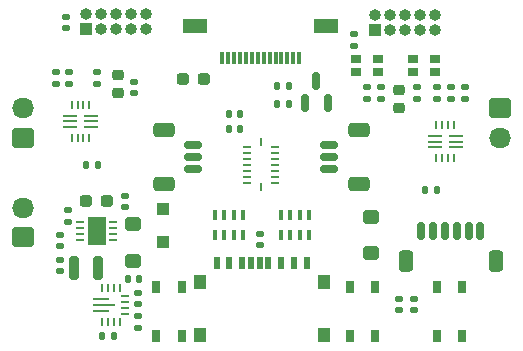
<source format=gbr>
%TF.GenerationSoftware,KiCad,Pcbnew,7.0.5*%
%TF.CreationDate,2023-06-28T21:22:15+09:00*%
%TF.ProjectId,robotrace_v2_main,726f626f-7472-4616-9365-5f76325f6d61,rev?*%
%TF.SameCoordinates,Original*%
%TF.FileFunction,Soldermask,Top*%
%TF.FilePolarity,Negative*%
%FSLAX46Y46*%
G04 Gerber Fmt 4.6, Leading zero omitted, Abs format (unit mm)*
G04 Created by KiCad (PCBNEW 7.0.5) date 2023-06-28 21:22:15*
%MOMM*%
%LPD*%
G01*
G04 APERTURE LIST*
G04 Aperture macros list*
%AMRoundRect*
0 Rectangle with rounded corners*
0 $1 Rounding radius*
0 $2 $3 $4 $5 $6 $7 $8 $9 X,Y pos of 4 corners*
0 Add a 4 corners polygon primitive as box body*
4,1,4,$2,$3,$4,$5,$6,$7,$8,$9,$2,$3,0*
0 Add four circle primitives for the rounded corners*
1,1,$1+$1,$2,$3*
1,1,$1+$1,$4,$5*
1,1,$1+$1,$6,$7*
1,1,$1+$1,$8,$9*
0 Add four rect primitives between the rounded corners*
20,1,$1+$1,$2,$3,$4,$5,0*
20,1,$1+$1,$4,$5,$6,$7,0*
20,1,$1+$1,$6,$7,$8,$9,0*
20,1,$1+$1,$8,$9,$2,$3,0*%
G04 Aperture macros list end*
%ADD10RoundRect,0.140000X0.170000X-0.140000X0.170000X0.140000X-0.170000X0.140000X-0.170000X-0.140000X0*%
%ADD11RoundRect,0.140000X0.140000X0.170000X-0.140000X0.170000X-0.140000X-0.170000X0.140000X-0.170000X0*%
%ADD12RoundRect,0.135000X0.185000X-0.135000X0.185000X0.135000X-0.185000X0.135000X-0.185000X-0.135000X0*%
%ADD13R,0.700000X1.050000*%
%ADD14RoundRect,0.225000X0.250000X-0.225000X0.250000X0.225000X-0.250000X0.225000X-0.250000X-0.225000X0*%
%ADD15RoundRect,0.135000X-0.185000X0.135000X-0.185000X-0.135000X0.185000X-0.135000X0.185000X0.135000X0*%
%ADD16RoundRect,0.250000X0.300000X-0.300000X0.300000X0.300000X-0.300000X0.300000X-0.300000X-0.300000X0*%
%ADD17R,0.800000X0.250000*%
%ADD18R,0.250000X0.800000*%
%ADD19RoundRect,0.237500X0.287500X0.237500X-0.287500X0.237500X-0.287500X-0.237500X0.287500X-0.237500X0*%
%ADD20RoundRect,0.135000X-0.135000X-0.185000X0.135000X-0.185000X0.135000X0.185000X-0.135000X0.185000X0*%
%ADD21R,1.300000X0.200000*%
%ADD22RoundRect,0.250000X-0.675000X0.600000X-0.675000X-0.600000X0.675000X-0.600000X0.675000X0.600000X0*%
%ADD23O,1.850000X1.700000*%
%ADD24RoundRect,0.300000X-0.400000X0.300000X-0.400000X-0.300000X0.400000X-0.300000X0.400000X0.300000X0*%
%ADD25R,1.000000X1.000000*%
%ADD26O,1.000000X1.000000*%
%ADD27R,0.400000X0.900000*%
%ADD28RoundRect,0.140000X-0.170000X0.140000X-0.170000X-0.140000X0.170000X-0.140000X0.170000X0.140000X0*%
%ADD29RoundRect,0.135000X0.135000X0.185000X-0.135000X0.185000X-0.135000X-0.185000X0.135000X-0.185000X0*%
%ADD30R,0.665000X0.280000*%
%ADD31R,1.650000X2.450000*%
%ADD32RoundRect,0.200000X0.200000X0.800000X-0.200000X0.800000X-0.200000X-0.800000X0.200000X-0.800000X0*%
%ADD33R,0.900000X0.700000*%
%ADD34R,0.300000X1.000000*%
%ADD35R,2.000000X1.300000*%
%ADD36R,0.700000X0.250000*%
%ADD37R,0.250000X0.700000*%
%ADD38R,1.450000X0.250000*%
%ADD39R,1.850000X0.250000*%
%ADD40RoundRect,0.250000X0.675000X-0.600000X0.675000X0.600000X-0.675000X0.600000X-0.675000X-0.600000X0*%
%ADD41RoundRect,0.140000X-0.140000X-0.170000X0.140000X-0.170000X0.140000X0.170000X-0.140000X0.170000X0*%
%ADD42RoundRect,0.150000X0.150000X0.625000X-0.150000X0.625000X-0.150000X-0.625000X0.150000X-0.625000X0*%
%ADD43RoundRect,0.250000X0.350000X0.650000X-0.350000X0.650000X-0.350000X-0.650000X0.350000X-0.650000X0*%
%ADD44RoundRect,0.150000X0.625000X-0.150000X0.625000X0.150000X-0.625000X0.150000X-0.625000X-0.150000X0*%
%ADD45RoundRect,0.250000X0.650000X-0.350000X0.650000X0.350000X-0.650000X0.350000X-0.650000X-0.350000X0*%
%ADD46RoundRect,0.150000X-0.625000X0.150000X-0.625000X-0.150000X0.625000X-0.150000X0.625000X0.150000X0*%
%ADD47RoundRect,0.250000X-0.650000X0.350000X-0.650000X-0.350000X0.650000X-0.350000X0.650000X0.350000X0*%
%ADD48R,0.500000X1.080000*%
%ADD49R,1.050000X1.200000*%
%ADD50RoundRect,0.150000X0.150000X-0.587500X0.150000X0.587500X-0.150000X0.587500X-0.150000X-0.587500X0*%
G04 APERTURE END LIST*
D10*
%TO.C,C17*%
X152600000Y-89880000D03*
X152600000Y-88920000D03*
%TD*%
D11*
%TO.C,C33*%
X162380000Y-82000000D03*
X161420000Y-82000000D03*
%TD*%
D12*
%TO.C,R4*%
X147800000Y-91075000D03*
X147800000Y-90055000D03*
%TD*%
D13*
%TO.C,SW1*%
X157400000Y-96600000D03*
X157400000Y-100800000D03*
X155250000Y-96600000D03*
X155250000Y-100800000D03*
%TD*%
D14*
%TO.C,C28*%
X175800000Y-81475000D03*
X175800000Y-79925000D03*
%TD*%
D15*
%TO.C,R11*%
X179000000Y-79690000D03*
X179000000Y-80710000D03*
%TD*%
D16*
%TO.C,D4*%
X155800000Y-92800000D03*
X155800000Y-90000000D03*
%TD*%
D15*
%TO.C,R7*%
X180200000Y-79690000D03*
X180200000Y-80710000D03*
%TD*%
D17*
%TO.C,U8*%
X165299167Y-84774167D03*
X165299167Y-85274167D03*
X165299167Y-85774167D03*
X165299167Y-86274167D03*
X165299167Y-86774167D03*
X165299167Y-87274167D03*
X165299167Y-87774167D03*
D18*
X164099167Y-88187167D03*
D17*
X162899167Y-87774167D03*
X162899167Y-87274167D03*
X162899167Y-86774167D03*
X162899167Y-86274167D03*
X162899167Y-85774167D03*
X162899167Y-85274167D03*
X162899167Y-84774167D03*
D18*
X164099167Y-84357167D03*
%TD*%
D19*
%TO.C,D1*%
X151075000Y-89300000D03*
X149325000Y-89300000D03*
%TD*%
D20*
%TO.C,R2*%
X150690000Y-100800000D03*
X151710000Y-100800000D03*
%TD*%
D15*
%TO.C,R14*%
X146800000Y-78390000D03*
X146800000Y-79410000D03*
%TD*%
D10*
%TO.C,C18*%
X147100000Y-95280000D03*
X147100000Y-94320000D03*
%TD*%
D21*
%TO.C,U7*%
X149733042Y-83100000D03*
X149733043Y-82600000D03*
X149733043Y-82099874D03*
D18*
X149583231Y-81200000D03*
X149083105Y-81200000D03*
X148582979Y-81200000D03*
X148082853Y-81200000D03*
D21*
X147933041Y-82099874D03*
X147933041Y-82600000D03*
X147933041Y-83100126D03*
D18*
X148082853Y-84000000D03*
X148582979Y-84000000D03*
X149083105Y-84000000D03*
X149583231Y-84000000D03*
%TD*%
D22*
%TO.C,J3*%
X184350000Y-81500000D03*
D23*
X184350000Y-84000000D03*
%TD*%
D14*
%TO.C,C29*%
X152000000Y-80175000D03*
X152000000Y-78625000D03*
%TD*%
D21*
%TO.C,U5*%
X178825249Y-83800000D03*
X178825248Y-84300000D03*
X178825248Y-84800126D03*
D18*
X178975060Y-85700000D03*
X179475186Y-85700000D03*
X179975312Y-85700000D03*
X180475438Y-85700000D03*
D21*
X180625250Y-84800126D03*
X180625250Y-84300000D03*
X180625250Y-83799874D03*
D18*
X180475438Y-82900000D03*
X179975312Y-82900000D03*
X179475186Y-82900000D03*
X178975060Y-82900000D03*
%TD*%
D11*
%TO.C,C32*%
X162380000Y-83200000D03*
X161420000Y-83200000D03*
%TD*%
D10*
%TO.C,C35*%
X173100000Y-80680000D03*
X173100000Y-79720000D03*
%TD*%
D24*
%TO.C,D7*%
X173400000Y-90650000D03*
X173400000Y-93750000D03*
%TD*%
D25*
%TO.C,J5*%
X149320000Y-74775000D03*
D26*
X149320000Y-73505000D03*
X150590000Y-74775000D03*
X150590000Y-73505000D03*
X151860000Y-74775000D03*
X151860000Y-73505000D03*
X153130000Y-74775000D03*
X153130000Y-73505000D03*
X154400000Y-74775000D03*
X154400000Y-73505000D03*
%TD*%
D24*
%TO.C,D8*%
X153300000Y-91300000D03*
X153300000Y-94400000D03*
%TD*%
D27*
%TO.C,RN1*%
X160200000Y-92250000D03*
X161000000Y-92250000D03*
X161800000Y-92250000D03*
X162600000Y-92250000D03*
X162600000Y-90550000D03*
X161800000Y-90550000D03*
X161000000Y-90550000D03*
X160200000Y-90550000D03*
%TD*%
D28*
%TO.C,C24*%
X177100000Y-97620000D03*
X177100000Y-98580000D03*
%TD*%
D29*
%TO.C,R12*%
X150310000Y-86300000D03*
X149290000Y-86300000D03*
%TD*%
D15*
%TO.C,R10*%
X150200000Y-78380000D03*
X150200000Y-79400000D03*
%TD*%
D30*
%TO.C,U3*%
X148793000Y-91125000D03*
X148793000Y-91625000D03*
X148793000Y-92125000D03*
X148793000Y-92625000D03*
X151607000Y-92625000D03*
D31*
X150200000Y-91875000D03*
D30*
X151607000Y-92125000D03*
X151607000Y-91625000D03*
X151607000Y-91125000D03*
%TD*%
D12*
%TO.C,R3*%
X153700000Y-100110000D03*
X153700000Y-99090000D03*
%TD*%
D32*
%TO.C,L1*%
X150300000Y-95000000D03*
X148300000Y-95000000D03*
%TD*%
D10*
%TO.C,C30*%
X153400000Y-80180000D03*
X153400000Y-79220000D03*
%TD*%
D33*
%TO.C,D3*%
X178815000Y-78450000D03*
X178815000Y-77350000D03*
X176985000Y-77350000D03*
X176985000Y-78450000D03*
%TD*%
D19*
%TO.C,FB1*%
X159275000Y-79000000D03*
X157525000Y-79000000D03*
%TD*%
D13*
%TO.C,SW2*%
X171625000Y-100800000D03*
X171625000Y-96600000D03*
X173775000Y-100800000D03*
X173775000Y-96600000D03*
%TD*%
D34*
%TO.C,J4*%
X167349167Y-77250000D03*
X166849167Y-77250000D03*
X166349167Y-77250000D03*
X165849167Y-77250000D03*
X165349167Y-77250000D03*
X164849167Y-77250000D03*
X164349167Y-77250000D03*
X163849167Y-77250000D03*
X163349167Y-77250000D03*
X162849167Y-77250000D03*
X162349167Y-77250000D03*
X161849167Y-77250000D03*
X161349167Y-77250000D03*
X160849167Y-77250000D03*
D35*
X169649167Y-74550000D03*
X158549167Y-74550000D03*
%TD*%
D12*
%TO.C,R15*%
X147900000Y-79410000D03*
X147900000Y-78390000D03*
%TD*%
D28*
%TO.C,C21*%
X172000000Y-75220000D03*
X172000000Y-76180000D03*
%TD*%
D36*
%TO.C,U2*%
X152616000Y-98900000D03*
X152616000Y-98400000D03*
X152616000Y-97900000D03*
X152616000Y-97400000D03*
D37*
X152166000Y-96700000D03*
X151666000Y-96700000D03*
X150666000Y-96700000D03*
X151166000Y-96700000D03*
D38*
X150584000Y-97650000D03*
D39*
X150784000Y-98150000D03*
D38*
X150584000Y-98650000D03*
D37*
X150666000Y-99600000D03*
X151166000Y-99600000D03*
X151666000Y-99600000D03*
X152166000Y-99600000D03*
%TD*%
D12*
%TO.C,R8*%
X181400000Y-80710000D03*
X181400000Y-79690000D03*
%TD*%
D13*
%TO.C,SW3*%
X181175000Y-96600000D03*
X181175000Y-100800000D03*
X179025000Y-96600000D03*
X179025000Y-100800000D03*
%TD*%
D33*
%TO.C,D6*%
X174015000Y-78450000D03*
X174015000Y-77350000D03*
X172185000Y-77350000D03*
X172185000Y-78450000D03*
%TD*%
D28*
%TO.C,C20*%
X147600000Y-73720000D03*
X147600000Y-74680000D03*
%TD*%
D40*
%TO.C,J1*%
X144000000Y-84000000D03*
D23*
X144000000Y-81500000D03*
%TD*%
D40*
%TO.C,J2*%
X144000000Y-92400000D03*
D23*
X144000000Y-89900000D03*
%TD*%
D28*
%TO.C,C23*%
X175800000Y-97620000D03*
X175800000Y-98580000D03*
%TD*%
D41*
%TO.C,C13*%
X152820000Y-95900000D03*
X153780000Y-95900000D03*
%TD*%
D10*
%TO.C,C12*%
X153700000Y-98080000D03*
X153700000Y-97120000D03*
%TD*%
D28*
%TO.C,C19*%
X147100000Y-92195000D03*
X147100000Y-93155000D03*
%TD*%
D42*
%TO.C,J13*%
X182700000Y-91875000D03*
X181700000Y-91875000D03*
X180700000Y-91875000D03*
X179700000Y-91875000D03*
X178700000Y-91875000D03*
X177700000Y-91875000D03*
D43*
X184000000Y-94400000D03*
X176400000Y-94400000D03*
%TD*%
D44*
%TO.C,J10*%
X158400000Y-86600000D03*
X158400000Y-85600000D03*
X158400000Y-84600000D03*
D45*
X155875000Y-87900000D03*
X155875000Y-83300000D03*
%TD*%
D46*
%TO.C,J11*%
X169875000Y-84600000D03*
X169875000Y-85600000D03*
X169875000Y-86600000D03*
D47*
X172400000Y-83300000D03*
X172400000Y-87900000D03*
%TD*%
D27*
%TO.C,RN2*%
X165800000Y-92250000D03*
X166600000Y-92250000D03*
X167400000Y-92250000D03*
X168200000Y-92250000D03*
X168200000Y-90550000D03*
X167400000Y-90550000D03*
X166600000Y-90550000D03*
X165800000Y-90550000D03*
%TD*%
D20*
%TO.C,R18*%
X165490000Y-81100000D03*
X166510000Y-81100000D03*
%TD*%
%TO.C,R9*%
X177990000Y-88400000D03*
X179010000Y-88400000D03*
%TD*%
D25*
%TO.C,J6*%
X173800000Y-74825000D03*
D26*
X173800000Y-73555000D03*
X175070000Y-74825000D03*
X175070000Y-73555000D03*
X176340000Y-74825000D03*
X176340000Y-73555000D03*
X177610000Y-74825000D03*
X177610000Y-73555000D03*
X178880000Y-74825000D03*
X178880000Y-73555000D03*
%TD*%
D28*
%TO.C,C22*%
X164000000Y-92120000D03*
X164000000Y-93080000D03*
%TD*%
D10*
%TO.C,C27*%
X177300000Y-80680000D03*
X177300000Y-79720000D03*
%TD*%
D48*
%TO.C,J9*%
X160350000Y-94577500D03*
X161450000Y-94577500D03*
X162550000Y-94577500D03*
X163300000Y-94577500D03*
X164750000Y-94577500D03*
X165850000Y-94577500D03*
X166950000Y-94577500D03*
X168050000Y-94577500D03*
D49*
X169425000Y-96217500D03*
X169425000Y-100667500D03*
X158975000Y-100667500D03*
X158975000Y-96217500D03*
D48*
X164000000Y-94577500D03*
%TD*%
D20*
%TO.C,R17*%
X165490000Y-79600000D03*
X166510000Y-79600000D03*
%TD*%
D10*
%TO.C,C34*%
X174300000Y-80680000D03*
X174300000Y-79720000D03*
%TD*%
D50*
%TO.C,Q1*%
X167850000Y-81037500D03*
X169750000Y-81037500D03*
X168800000Y-79162500D03*
%TD*%
M02*

</source>
